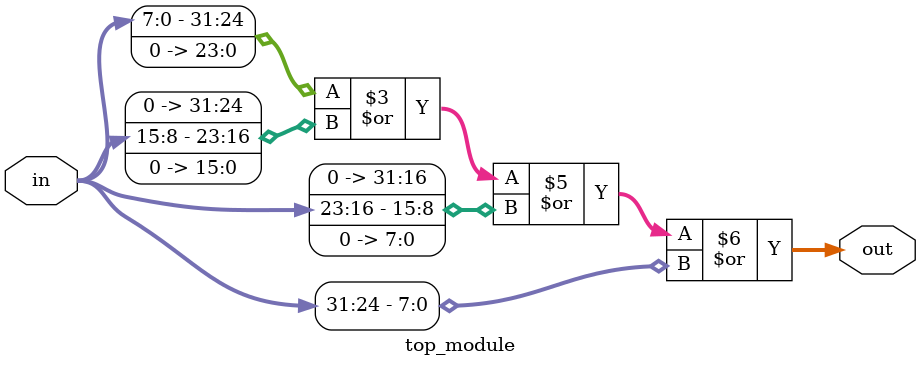
<source format=sv>
module top_module (
    input [31:0] in,
    output [31:0] out
);
    assign out = in[7:0]<<24 | in[15:8]<<16 | in[23:16]<<8 | in[31:24];
endmodule

</source>
